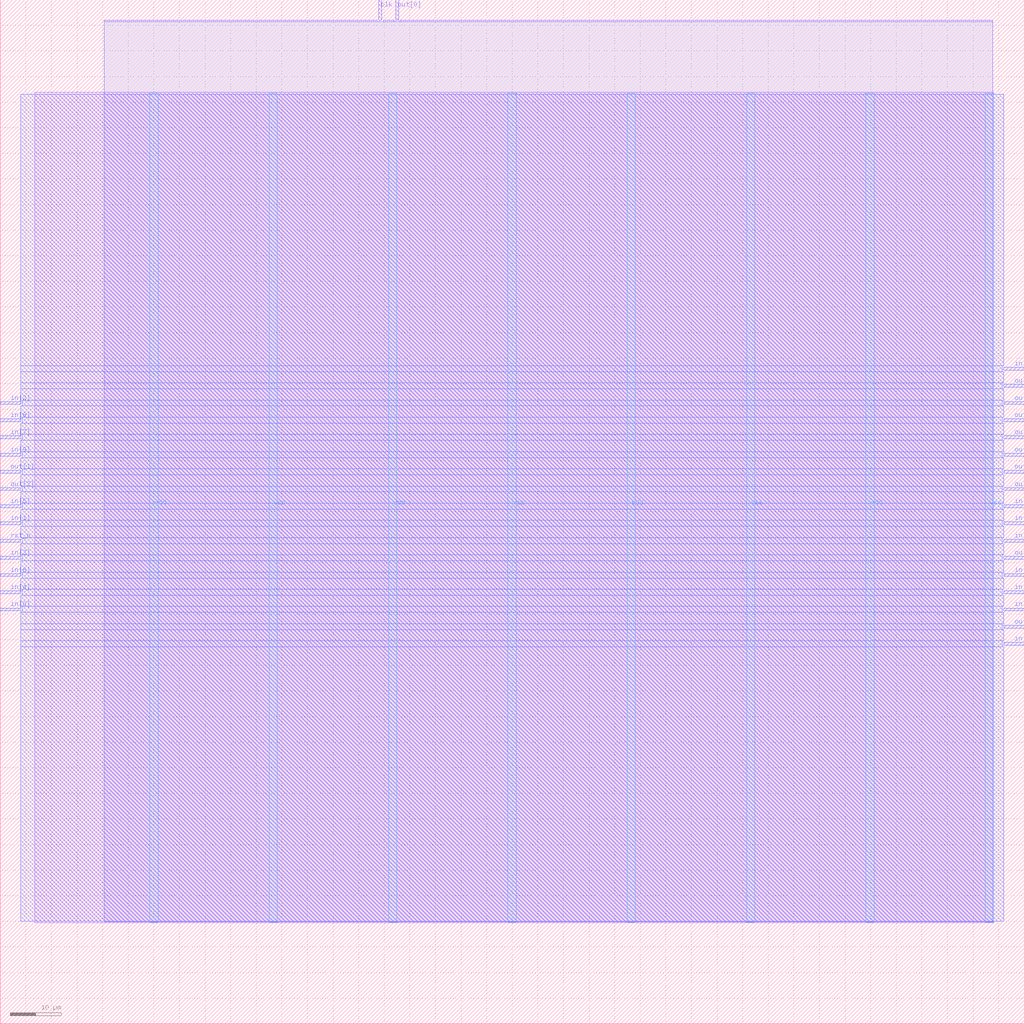
<source format=lef>
VERSION 5.7 ;
  NOWIREEXTENSIONATPIN ON ;
  DIVIDERCHAR "/" ;
  BUSBITCHARS "[]" ;
MACRO loopback9
  CLASS BLOCK ;
  FOREIGN loopback9 ;
  ORIGIN 0.000 0.000 ;
  SIZE 200.000 BY 200.000 ;
  PIN clk
    DIRECTION INPUT ;
    USE SIGNAL ;
    ANTENNAGATEAREA 0.853500 ;
    ANTENNADIFFAREA 0.406800 ;
    PORT
      LAYER Metal2 ;
        RECT 73.920 196.000 74.480 200.000 ;
    END
  END clk
  PIN in[0]
    DIRECTION INPUT ;
    USE SIGNAL ;
    ANTENNAGATEAREA 2.560500 ;
    ANTENNADIFFAREA 0.406800 ;
    PORT
      LAYER Metal3 ;
        RECT 0.000 80.640 4.000 81.200 ;
    END
  END in[0]
  PIN in[10]
    DIRECTION INPUT ;
    USE SIGNAL ;
    ANTENNAGATEAREA 3.877500 ;
    ANTENNADIFFAREA 0.813600 ;
    PORT
      LAYER Metal3 ;
        RECT 196.000 73.920 200.000 74.480 ;
    END
  END in[10]
  PIN in[11]
    DIRECTION INPUT ;
    USE SIGNAL ;
    ANTENNAGATEAREA 1.317000 ;
    ANTENNADIFFAREA 0.406800 ;
    PORT
      LAYER Metal3 ;
        RECT 196.000 127.680 200.000 128.240 ;
    END
  END in[11]
  PIN in[12]
    DIRECTION INPUT ;
    USE SIGNAL ;
    ANTENNAGATEAREA 3.877500 ;
    ANTENNADIFFAREA 0.813600 ;
    PORT
      LAYER Metal3 ;
        RECT 196.000 84.000 200.000 84.560 ;
    END
  END in[12]
  PIN in[13]
    DIRECTION INPUT ;
    USE SIGNAL ;
    ANTENNAGATEAREA 1.317000 ;
    ANTENNADIFFAREA 0.406800 ;
    PORT
      LAYER Metal3 ;
        RECT 196.000 87.360 200.000 87.920 ;
    END
  END in[13]
  PIN in[14]
    DIRECTION INPUT ;
    USE SIGNAL ;
    ANTENNAGATEAREA 3.877500 ;
    ANTENNADIFFAREA 0.813600 ;
    PORT
      LAYER Metal3 ;
        RECT 196.000 94.080 200.000 94.640 ;
    END
  END in[14]
  PIN in[15]
    DIRECTION INPUT ;
    USE SIGNAL ;
    ANTENNAGATEAREA 1.317000 ;
    ANTENNADIFFAREA 0.406800 ;
    PORT
      LAYER Metal3 ;
        RECT 196.000 80.640 200.000 81.200 ;
    END
  END in[15]
  PIN in[16]
    DIRECTION INPUT ;
    USE SIGNAL ;
    ANTENNAGATEAREA 3.877500 ;
    ANTENNADIFFAREA 0.813600 ;
    PORT
      LAYER Metal3 ;
        RECT 196.000 97.440 200.000 98.000 ;
    END
  END in[16]
  PIN in[17]
    DIRECTION INPUT ;
    USE SIGNAL ;
    ANTENNAGATEAREA 1.317000 ;
    ANTENNADIFFAREA 0.406800 ;
    PORT
      LAYER Metal3 ;
        RECT 196.000 100.800 200.000 101.360 ;
    END
  END in[17]
  PIN in[1]
    DIRECTION INPUT ;
    USE SIGNAL ;
    ANTENNAGATEAREA 2.560500 ;
    ANTENNADIFFAREA 0.406800 ;
    PORT
      LAYER Metal3 ;
        RECT 0.000 97.440 4.000 98.000 ;
    END
  END in[1]
  PIN in[2]
    DIRECTION INPUT ;
    USE SIGNAL ;
    ANTENNAGATEAREA 2.560500 ;
    ANTENNADIFFAREA 0.406800 ;
    PORT
      LAYER Metal3 ;
        RECT 0.000 120.960 4.000 121.520 ;
    END
  END in[2]
  PIN in[3]
    DIRECTION INPUT ;
    USE SIGNAL ;
    ANTENNAGATEAREA 2.560500 ;
    ANTENNADIFFAREA 0.406800 ;
    PORT
      LAYER Metal3 ;
        RECT 0.000 90.720 4.000 91.280 ;
    END
  END in[3]
  PIN in[4]
    DIRECTION INPUT ;
    USE SIGNAL ;
    ANTENNAGATEAREA 2.560500 ;
    ANTENNADIFFAREA 0.406800 ;
    PORT
      LAYER Metal3 ;
        RECT 0.000 84.000 4.000 84.560 ;
    END
  END in[4]
  PIN in[5]
    DIRECTION INPUT ;
    USE SIGNAL ;
    ANTENNAGATEAREA 2.560500 ;
    ANTENNADIFFAREA 0.406800 ;
    PORT
      LAYER Metal3 ;
        RECT 0.000 100.800 4.000 101.360 ;
    END
  END in[5]
  PIN in[6]
    DIRECTION INPUT ;
    USE SIGNAL ;
    ANTENNAGATEAREA 2.560500 ;
    ANTENNADIFFAREA 0.406800 ;
    PORT
      LAYER Metal3 ;
        RECT 0.000 87.360 4.000 87.920 ;
    END
  END in[6]
  PIN in[7]
    DIRECTION INPUT ;
    USE SIGNAL ;
    ANTENNAGATEAREA 1.317000 ;
    ANTENNADIFFAREA 0.406800 ;
    PORT
      LAYER Metal3 ;
        RECT 0.000 114.240 4.000 114.800 ;
    END
  END in[7]
  PIN in[8]
    DIRECTION INPUT ;
    USE SIGNAL ;
    ANTENNAGATEAREA 3.877500 ;
    ANTENNADIFFAREA 0.813600 ;
    PORT
      LAYER Metal3 ;
        RECT 0.000 117.600 4.000 118.160 ;
    END
  END in[8]
  PIN in[9]
    DIRECTION INPUT ;
    USE SIGNAL ;
    ANTENNAGATEAREA 1.317000 ;
    ANTENNADIFFAREA 0.406800 ;
    PORT
      LAYER Metal3 ;
        RECT 0.000 110.880 4.000 111.440 ;
    END
  END in[9]
  PIN out[0]
    DIRECTION OUTPUT TRISTATE ;
    USE SIGNAL ;
    ANTENNADIFFAREA 1.386000 ;
    PORT
      LAYER Metal2 ;
        RECT 77.280 196.000 77.840 200.000 ;
    END
  END out[0]
  PIN out[10]
    DIRECTION OUTPUT TRISTATE ;
    USE SIGNAL ;
    ANTENNADIFFAREA 1.638000 ;
    PORT
      LAYER Metal3 ;
        RECT 196.000 90.720 200.000 91.280 ;
    END
  END out[10]
  PIN out[11]
    DIRECTION OUTPUT TRISTATE ;
    USE SIGNAL ;
    ANTENNADIFFAREA 1.386000 ;
    PORT
      LAYER Metal3 ;
        RECT 196.000 117.600 200.000 118.160 ;
    END
  END out[11]
  PIN out[1]
    DIRECTION OUTPUT TRISTATE ;
    USE SIGNAL ;
    ANTENNADIFFAREA 1.386000 ;
    PORT
      LAYER Metal3 ;
        RECT 0.000 107.520 4.000 108.080 ;
    END
  END out[1]
  PIN out[2]
    DIRECTION OUTPUT TRISTATE ;
    USE SIGNAL ;
    ANTENNADIFFAREA 1.821000 ;
    PORT
      LAYER Metal3 ;
        RECT 0.000 104.160 4.000 104.720 ;
    END
  END out[2]
  PIN out[3]
    DIRECTION OUTPUT TRISTATE ;
    USE SIGNAL ;
    ANTENNAGATEAREA 5.121000 ;
    ANTENNADIFFAREA 1.386000 ;
    PORT
      LAYER Metal3 ;
        RECT 196.000 120.960 200.000 121.520 ;
    END
  END out[3]
  PIN out[4]
    DIRECTION OUTPUT TRISTATE ;
    USE SIGNAL ;
    ANTENNADIFFAREA 1.638000 ;
    PORT
      LAYER Metal3 ;
        RECT 196.000 110.880 200.000 111.440 ;
    END
  END out[4]
  PIN out[5]
    DIRECTION OUTPUT TRISTATE ;
    USE SIGNAL ;
    ANTENNAGATEAREA 5.121000 ;
    ANTENNADIFFAREA 1.386000 ;
    PORT
      LAYER Metal3 ;
        RECT 196.000 114.240 200.000 114.800 ;
    END
  END out[5]
  PIN out[6]
    DIRECTION OUTPUT TRISTATE ;
    USE SIGNAL ;
    ANTENNADIFFAREA 1.638000 ;
    PORT
      LAYER Metal3 ;
        RECT 196.000 77.280 200.000 77.840 ;
    END
  END out[6]
  PIN out[7]
    DIRECTION OUTPUT TRISTATE ;
    USE SIGNAL ;
    ANTENNAGATEAREA 5.121000 ;
    ANTENNADIFFAREA 1.386000 ;
    PORT
      LAYER Metal3 ;
        RECT 196.000 124.320 200.000 124.880 ;
    END
  END out[7]
  PIN out[8]
    DIRECTION OUTPUT TRISTATE ;
    USE SIGNAL ;
    ANTENNADIFFAREA 1.638000 ;
    PORT
      LAYER Metal3 ;
        RECT 196.000 107.520 200.000 108.080 ;
    END
  END out[8]
  PIN out[9]
    DIRECTION OUTPUT TRISTATE ;
    USE SIGNAL ;
    ANTENNAGATEAREA 5.121000 ;
    ANTENNADIFFAREA 1.386000 ;
    PORT
      LAYER Metal3 ;
        RECT 196.000 104.160 200.000 104.720 ;
    END
  END out[9]
  PIN rst_n
    DIRECTION INPUT ;
    USE SIGNAL ;
    ANTENNAGATEAREA 2.560500 ;
    ANTENNADIFFAREA 0.406800 ;
    PORT
      LAYER Metal3 ;
        RECT 0.000 94.080 4.000 94.640 ;
    END
  END rst_n
  PIN vdd
    DIRECTION INOUT ;
    USE POWER ;
    PORT
      LAYER Metal4 ;
        RECT 29.230 19.860 30.830 181.740 ;
    END
    PORT
      LAYER Metal4 ;
        RECT 75.850 19.860 77.450 181.740 ;
    END
    PORT
      LAYER Metal4 ;
        RECT 122.470 19.860 124.070 181.740 ;
    END
    PORT
      LAYER Metal4 ;
        RECT 169.090 19.860 170.690 181.740 ;
    END
  END vdd
  PIN vss
    DIRECTION INOUT ;
    USE GROUND ;
    PORT
      LAYER Metal4 ;
        RECT 52.540 19.860 54.140 181.740 ;
    END
    PORT
      LAYER Metal4 ;
        RECT 99.160 19.860 100.760 181.740 ;
    END
    PORT
      LAYER Metal4 ;
        RECT 145.780 19.860 147.380 181.740 ;
    END
    PORT
      LAYER Metal4 ;
        RECT 192.400 19.860 194.000 181.740 ;
    END
  END vss
  OBS
      LAYER Metal1 ;
        RECT 6.720 19.710 194.000 181.890 ;
      LAYER Metal2 ;
        RECT 20.300 195.700 73.620 196.000 ;
        RECT 74.780 195.700 76.980 196.000 ;
        RECT 78.140 195.700 193.860 196.000 ;
        RECT 20.300 19.970 193.860 195.700 ;
      LAYER Metal3 ;
        RECT 4.000 128.540 196.000 181.580 ;
        RECT 4.000 127.380 195.700 128.540 ;
        RECT 4.000 125.180 196.000 127.380 ;
        RECT 4.000 124.020 195.700 125.180 ;
        RECT 4.000 121.820 196.000 124.020 ;
        RECT 4.300 120.660 195.700 121.820 ;
        RECT 4.000 118.460 196.000 120.660 ;
        RECT 4.300 117.300 195.700 118.460 ;
        RECT 4.000 115.100 196.000 117.300 ;
        RECT 4.300 113.940 195.700 115.100 ;
        RECT 4.000 111.740 196.000 113.940 ;
        RECT 4.300 110.580 195.700 111.740 ;
        RECT 4.000 108.380 196.000 110.580 ;
        RECT 4.300 107.220 195.700 108.380 ;
        RECT 4.000 105.020 196.000 107.220 ;
        RECT 4.300 103.860 195.700 105.020 ;
        RECT 4.000 101.660 196.000 103.860 ;
        RECT 4.300 100.500 195.700 101.660 ;
        RECT 4.000 98.300 196.000 100.500 ;
        RECT 4.300 97.140 195.700 98.300 ;
        RECT 4.000 94.940 196.000 97.140 ;
        RECT 4.300 93.780 195.700 94.940 ;
        RECT 4.000 91.580 196.000 93.780 ;
        RECT 4.300 90.420 195.700 91.580 ;
        RECT 4.000 88.220 196.000 90.420 ;
        RECT 4.300 87.060 195.700 88.220 ;
        RECT 4.000 84.860 196.000 87.060 ;
        RECT 4.300 83.700 195.700 84.860 ;
        RECT 4.000 81.500 196.000 83.700 ;
        RECT 4.300 80.340 195.700 81.500 ;
        RECT 4.000 78.140 196.000 80.340 ;
        RECT 4.000 76.980 195.700 78.140 ;
        RECT 4.000 74.780 196.000 76.980 ;
        RECT 4.000 73.620 195.700 74.780 ;
        RECT 4.000 20.020 196.000 73.620 ;
  END
END loopback9
END LIBRARY


</source>
